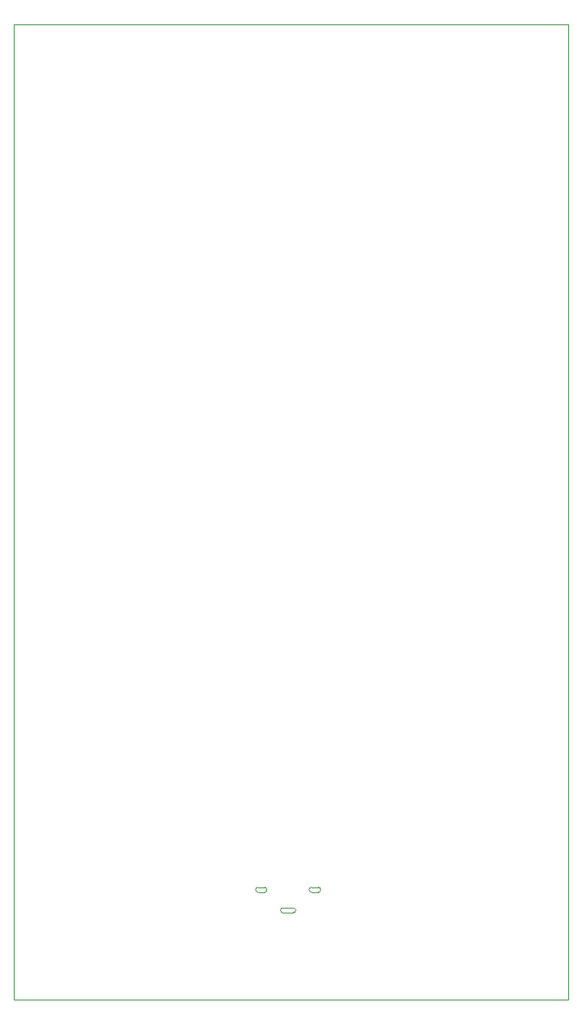
<source format=gbr>
G04 #@! TF.GenerationSoftware,KiCad,Pcbnew,(5.1.5)-3*
G04 #@! TF.CreationDate,2020-03-07T08:42:07-06:00*
G04 #@! TF.ProjectId,DSKY_alarm,44534b59-5f61-46c6-9172-6d2e6b696361,4*
G04 #@! TF.SameCoordinates,Original*
G04 #@! TF.FileFunction,Profile,NP*
%FSLAX46Y46*%
G04 Gerber Fmt 4.6, Leading zero omitted, Abs format (unit mm)*
G04 Created by KiCad (PCBNEW (5.1.5)-3) date 2020-03-07 08:42:07*
%MOMM*%
%LPD*%
G04 APERTURE LIST*
%ADD10C,0.050000*%
%ADD11C,0.005000*%
G04 APERTURE END LIST*
D10*
X80645000Y-149860000D02*
X80645000Y-48260000D01*
X138430000Y-149860000D02*
X80645000Y-149860000D01*
X138430000Y-48260000D02*
X138430000Y-149860000D01*
X80645000Y-48260000D02*
X138430000Y-48260000D01*
D11*
X109770000Y-140830000D02*
G75*
G03X110020000Y-140580000I0J250000D01*
G01*
X108670000Y-140830000D02*
X109770000Y-140830000D01*
X108420000Y-140580000D02*
G75*
G03X108670000Y-140830000I250000J0D01*
G01*
X108670000Y-140330000D02*
G75*
G03X108420000Y-140580000I0J-250000D01*
G01*
X109770000Y-140330000D02*
X108670000Y-140330000D01*
X110020000Y-140580000D02*
G75*
G03X109770000Y-140330000I-250000J0D01*
G01*
X112620000Y-138430000D02*
G75*
G03X112370000Y-138180000I-250000J0D01*
G01*
X112370000Y-138680000D02*
G75*
G03X112620000Y-138430000I0J250000D01*
G01*
X111670000Y-138680000D02*
X112370000Y-138680000D01*
X111420000Y-138430000D02*
G75*
G03X111670000Y-138680000I250000J0D01*
G01*
X111670000Y-138180000D02*
G75*
G03X111420000Y-138430000I0J-250000D01*
G01*
X112370000Y-138180000D02*
X111670000Y-138180000D01*
X107020000Y-138430000D02*
G75*
G03X106770000Y-138180000I-250000J0D01*
G01*
X106770000Y-138680000D02*
G75*
G03X107020000Y-138430000I0J250000D01*
G01*
X106070000Y-138680000D02*
X106770000Y-138680000D01*
X105820000Y-138430000D02*
G75*
G03X106070000Y-138680000I250000J0D01*
G01*
X106070000Y-138180000D02*
G75*
G03X105820000Y-138430000I0J-250000D01*
G01*
X106770000Y-138180000D02*
X106070000Y-138180000D01*
M02*

</source>
